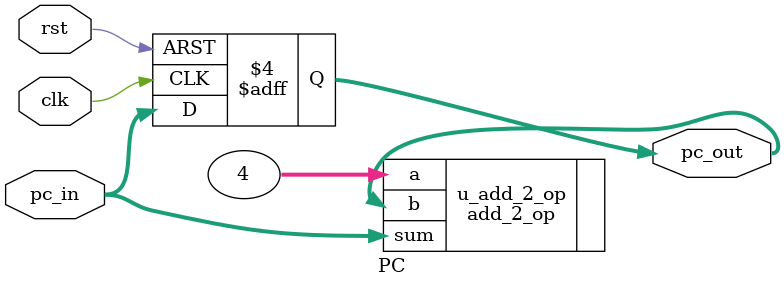
<source format=v>
module PC(
	input clk,
	input rst,
	input [31:0] pc_in,
	output reg [31:0] pc_out
);


add_2_op u_add_2_op(
	.a(4),        //default decimal
	.b(pc_out),	  
	.sum(pc_in)
);

always@(posedge clk or negedge rst) 
	begin
	  if(~rst)
	    pc_out <= 32'h0;
	  else
		pc_out <= pc_in;  
	end


endmodule
</source>
